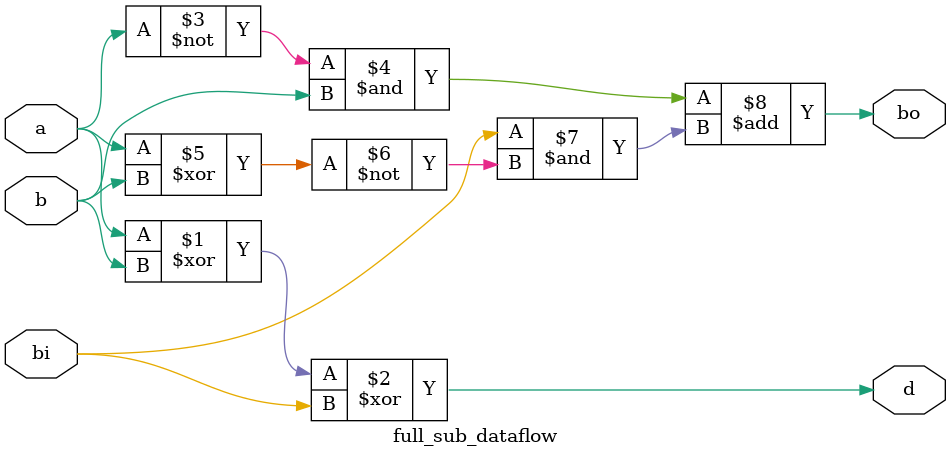
<source format=v>
module full_sub_dataflow(
    input a,b,bi,
    output d,bo);
assign d = ((a^b)^bi);
assign bo = (((~a)&b) + (bi&(~(a^b))));
endmodule 

</source>
